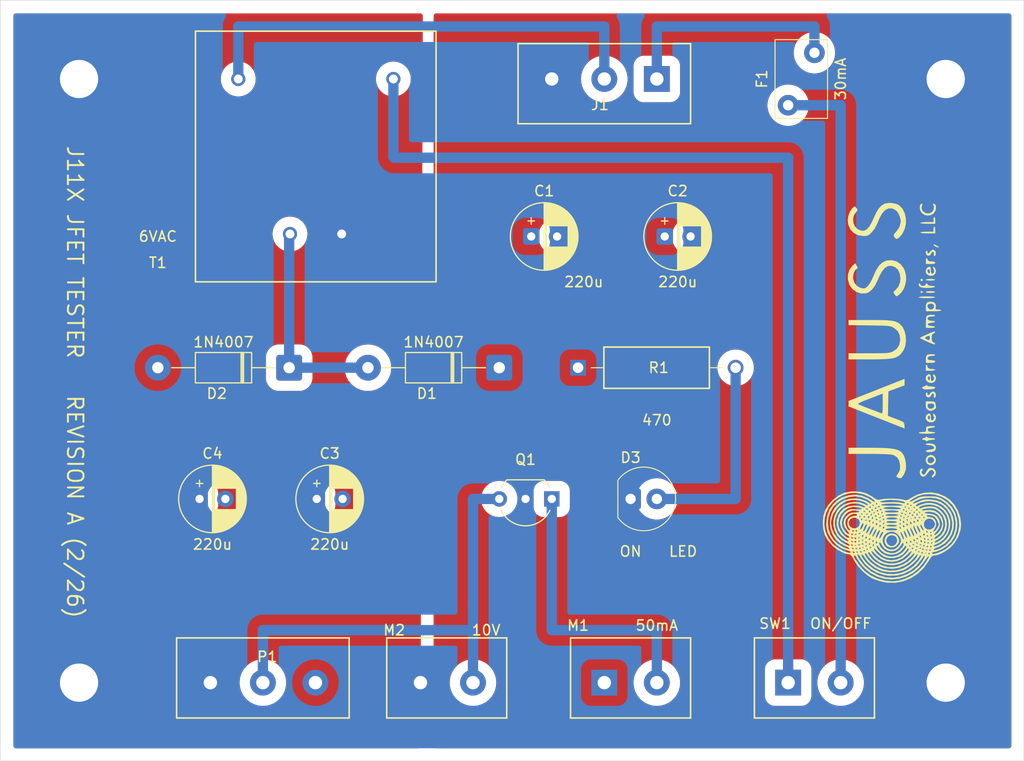
<source format=kicad_pcb>
(kicad_pcb (version 20241229) (generator "pcbnew") (generator_version "9.0")
  (layers (0 "F.Cu" signal) (2 "B.Cu" signal) (13 "F.Paste" user) (15 "B.Paste" user) (5 "F.SilkS" user "F.Silkscreen") (7 "B.SilkS" user "B.Silkscreen") (1 "F.Mask" user) (3 "B.Mask" user) (25 "Edge.Cuts" user))
  (net 0 "")
  (net 1 "/+8VDC")
  (net 2 "=CHASSIS")
  (net 3 "/-8VDC")
  (net 4 "Net-(D1-A)")
  (net 5 "Net-(D3-A)")
  (net 6 "Net-(F1-A)")
  (net 7 "Net-(F1-B)")
  (net 8 "Net-(J1-N)")
  (net 9 "Net-(M1--)")
  (net 10 "Net-(M2--)")
  (net 11 "Net-(SW1-A)")
  (footprint "jaussamps:H-NO-6-METAL" (layer "F.Cu") (at 83.82 58.42)
    (property "Reference" "H1" (hide yes))
    (property "Value" "~" (hide yes))
    (pad "1" thru_hole circle (at 0 0) (size 7.5 7.5) (drill 3.7) (layers "*.Cu" "*.Mask") (net 2 "=CHASSIS"))
  )
  (footprint "jaussamps:F-YAGEO-BK250-030-DZ" (layer "F.Cu") (at 153.67 58.42 90)
    (property "Reference" "F1" (at 0 -3.81 90) (layer "F.SilkS"))
    (property "Value" "30mA" (at 0 3.81 90) (layer "F.SilkS"))
    (pad "1" thru_hole circle (at -2.54 -1.27 90) (size 2 2) (drill 1) (layers "*.Cu" "*.Mask") (net 6 "Net-(F1-A)"))
    (pad "2" thru_hole circle (at 2.54 1.27 90) (size 2 2) (drill 1) (layers "*.Cu" "*.Mask") (net 7 "Net-(F1-B)"))
  )
  (footprint "jaussamps:C-POL-RAD-6.3X2.5" (layer "F.Cu") (at 106.811427 99.06)
    (property "Reference" "C3" (at 1.25 -4.4 0) (layer "F.SilkS"))
    (property "Value" "220u" (at 1.25 4.4 0) (layer "F.SilkS"))
    (pad "1" thru_hole roundrect (at 0 0) (size 1.6 1.6) (drill 0.8) (layers "*.Cu" "*.Mask") (roundrect_rratio 0.15625) (net 2 "=CHASSIS"))
    (pad "2" thru_hole circle (at 2.5 0) (size 1.6 1.6) (drill 0.8) (layers "*.Cu" "*.Mask") (net 3 "/-8VDC"))
  )
  (footprint "jaussamps:D-DO41" (layer "F.Cu") (at 124.46 86.36 180)
    (property "Reference" "D1" (at 7 -2.5 0) (layer "F.SilkS"))
    (property "Value" "1N4007" (at 6.35 2.47 0) (layer "F.SilkS"))
    (pad "1" thru_hole roundrect (at 0 0 180) (size 2.5 2.5) (drill 1.1) (layers "*.Cu" "*.Mask") (roundrect_rratio 0.113636) (net 1 "/+8VDC"))
    (pad "2" thru_hole circle (at 12.7 0 180) (size 2.5 2.5) (drill 1.1) (layers "*.Cu" "*.Mask") (net 4 "Net-(D1-A)"))
  )
  (footprint "jaussamps:C-POL-RAD-6.3X2.5" (layer "F.Cu") (at 95.472538 99.06)
    (property "Reference" "C4" (at 1.25 -4.4 0) (layer "F.SilkS"))
    (property "Value" "220u" (at 1.25 4.4 0) (layer "F.SilkS"))
    (pad "1" thru_hole roundrect (at 0 0) (size 1.6 1.6) (drill 0.8) (layers "*.Cu" "*.Mask") (roundrect_rratio 0.15625) (net 2 "=CHASSIS"))
    (pad "2" thru_hole circle (at 2.5 0) (size 1.6 1.6) (drill 0.8) (layers "*.Cu" "*.Mask") (net 3 "/-8VDC"))
  )
  (footprint "jaussamps:J-ONSHORE-OSTTC022162" (layer "F.Cu") (at 116.84 116.84)
    (property "Reference" "M2" (at -2.54 -5.08 0) (layer "F.SilkS"))
    (property "Value" "10V" (at 6.35 -5.08 0) (layer "F.SilkS"))
    (pad "1" thru_hole rect (at 0 0) (size 2.5 2.5) (drill 1.2954) (layers "*.Cu" "*.Mask") (net 2 "=CHASSIS"))
    (pad "2" thru_hole circle (at 5.08 0) (size 2.5 2.5) (drill 1.2954) (layers "*.Cu" "*.Mask") (net 10 "Net-(M2--)"))
  )
  (footprint "jaussamps:C-POL-RAD-6.3X2.5" (layer "F.Cu") (at 140.465037 73.66)
    (property "Reference" "C2" (at 1.25 -4.4 0) (layer "F.SilkS"))
    (property "Value" "220u" (at 1.25 4.4 0) (layer "F.SilkS"))
    (pad "1" thru_hole roundrect (at 0 0) (size 1.6 1.6) (drill 0.8) (layers "*.Cu" "*.Mask") (roundrect_rratio 0.15625) (net 1 "/+8VDC"))
    (pad "2" thru_hole circle (at 2.5 0) (size 1.6 1.6) (drill 0.8) (layers "*.Cu" "*.Mask") (net 2 "=CHASSIS"))
  )
  (footprint "jaussamps:H-NO-6-METAL" (layer "F.Cu") (at 83.82 116.84)
    (property "Reference" "H3" (hide yes))
    (property "Value" "~" (hide yes))
    (pad "1" thru_hole circle (at 0 0) (size 7.5 7.5) (drill 3.7) (layers "*.Cu" "*.Mask") (net 2 "=CHASSIS"))
  )
  (footprint "jaussamps:LOGO" (layer "F.Cu") (at 162.56 87.63 90)
    (property "Reference" "G1" (hide yes))
    (property "Value" "~" (hide yes))
  )
  (footprint "jaussamps:J-ONSHORE-OSTTC032162" (layer "F.Cu") (at 139.7 58.42 180)
    (property "Reference" "J1" (at 5.5 -2.5 0) (layer "F.SilkS"))
    (property "Value" "~" (hide yes))
    (pad "1" thru_hole rect (at 0 0 180) (size 2.5 2.5) (drill 1.2954) (layers "*.Cu" "*.Mask") (net 7 "Net-(F1-B)"))
    (pad "2" thru_hole circle (at 5.08 0 180) (size 2.5 2.5) (drill 1.2954) (layers "*.Cu" "*.Mask") (net 8 "Net-(J1-N)"))
    (pad "3" thru_hole circle (at 10.16 0 180) (size 2.5 2.5) (drill 1.2954) (layers "*.Cu" "*.Mask") (net 2 "=CHASSIS"))
  )
  (footprint "jaussamps:J-ONSHORE-OSTTC022162" (layer "F.Cu") (at 152.4 116.84)
    (property "Reference" "SW1" (at -1.27 -5.715 0) (layer "F.SilkS"))
    (property "Value" "~" (hide yes))
    (property "Description" "ON/OFF" (at 5.08 -5.715 0) (layer "F.SilkS"))
    (pad "1" thru_hole rect (at 0 0) (size 2.5 2.5) (drill 1.2954) (layers "*.Cu" "*.Mask") (net 11 "Net-(SW1-A)"))
    (pad "2" thru_hole circle (at 5.08 0) (size 2.5 2.5) (drill 1.2954) (layers "*.Cu" "*.Mask") (net 6 "Net-(F1-A)"))
  )
  (footprint "jaussamps:C-POL-RAD-6.3X2.5" (layer "F.Cu") (at 127.553087 73.66)
    (property "Reference" "C1" (at 1.25 -4.4 0) (layer "F.SilkS"))
    (property "Value" "220u" (at 5.08 4.4 0) (layer "F.SilkS"))
    (pad "1" thru_hole roundrect (at 0 0) (size 1.6 1.6) (drill 0.8) (layers "*.Cu" "*.Mask") (roundrect_rratio 0.15625) (net 1 "/+8VDC"))
    (pad "2" thru_hole circle (at 2.5 0) (size 1.6 1.6) (drill 0.8) (layers "*.Cu" "*.Mask") (net 2 "=CHASSIS"))
  )
  (footprint "jaussamps:J-ONSHORE-OSTTC032162" (layer "F.Cu") (at 96.52 116.84)
    (property "Reference" "P1" (at 5.5 -2.5 0) (layer "F.SilkS"))
    (property "Value" "1k(L)" (hide yes))
    (pad "1" thru_hole rect (at 0 0) (size 2.5 2.5) (drill 1.2954) (layers "*.Cu" "*.Mask") (net 2 "=CHASSIS"))
    (pad "2" thru_hole circle (at 5.08 0) (size 2.5 2.5) (drill 1.2954) (layers "*.Cu" "*.Mask") (net 10 "Net-(M2--)"))
    (pad "3" thru_hole circle (at 10.16 0) (size 2.5 2.5) (drill 1.2954) (layers "*.Cu" "*.Mask") (net 3 "/-8VDC"))
  )
  (footprint "jaussamps:R-TECONN-ROX1S" (layer "F.Cu") (at 132.08 86.36)
    (property "Reference" "R1" (at 7.800001 0 0) (layer "F.SilkS"))
    (property "Value" "470" (at 7.62 5.08 0) (layer "F.SilkS"))
    (pad "1" thru_hole rect (at 0 0) (size 1.524 1.524) (drill 1.016) (layers "*.Cu" "*.Mask") (net 1 "/+8VDC"))
    (pad "2" thru_hole circle (at 15.24 0) (size 1.524 1.524) (drill 1.016) (layers "*.Cu" "*.Mask") (net 5 "Net-(D3-A)"))
  )
  (footprint "jaussamps:H-NO-6-METAL" (layer "F.Cu") (at 167.64 58.42)
    (property "Reference" "H2" (hide yes))
    (property "Value" "~" (hide yes))
    (pad "1" thru_hole circle (at 0 0) (size 7.5 7.5) (drill 3.7) (layers "*.Cu" "*.Mask") (net 2 "=CHASSIS"))
  )
  (footprint "jaussamps:D-LITEON-LTL-4233" (layer "F.Cu") (at 138.43 99.06)
    (property "Reference" "D3" (at -1.27 -4 0) (layer "F.SilkS"))
    (property "Value" "LED" (at 3.81 5.08 0) (layer "F.SilkS"))
    (property "Description" "ON" (at -1.27 5.08 0) (layer "F.SilkS"))
    (pad "1" thru_hole roundrect (at -1.27 0) (size 2 2) (drill 1) (layers "*.Cu" "*.Mask") (roundrect_rratio 0.125) (net 2 "=CHASSIS"))
    (pad "2" thru_hole circle (at 1.27 0) (size 2 2) (drill 1) (layers "*.Cu" "*.Mask") (net 5 "Net-(D3-A)"))
  )
  (footprint "jaussamps:T-ZETTLER-BV201S06003A" (layer "F.Cu") (at 114.220001 58.42 -90)
    (property "Reference" "T1" (at 17.78 22.780001 0) (layer "F.SilkS"))
    (property "Value" "6VAC" (at 15.24 22.780001 0) (layer "F.SilkS"))
    (pad "1" thru_hole circle (at 0 0 270) (size 1.3716 1.3716) (drill 0.8636) (layers "*.Cu" "*.Mask") (net 11 "Net-(SW1-A)"))
    (pad "2" thru_hole circle (at 0 15.000001 270) (size 1.3716 1.3716) (drill 0.8636) (layers "*.Cu" "*.Mask") (net 8 "Net-(J1-N)"))
    (pad "3" thru_hole circle (at 15.000001 10.000001 270) (size 1.3716 1.3716) (drill 0.8636) (layers "*.Cu" "*.Mask") (net 4 "Net-(D1-A)"))
    (pad "4" thru_hole circle (at 15.000001 5.000001 270) (size 1.3716 1.3716) (drill 0.8636) (layers "*.Cu" "*.Mask") (net 2 "=CHASSIS"))
  )
  (footprint "jaussamps:H-NO-6-METAL" (layer "F.Cu") (at 167.64 116.84)
    (property "Reference" "H4" (hide yes))
    (property "Value" "~" (hide yes))
    (pad "1" thru_hole circle (at 0 0) (size 7.5 7.5) (drill 3.7) (layers "*.Cu" "*.Mask") (net 2 "=CHASSIS"))
  )
  (footprint "jaussamps:D-DO41" (layer "F.Cu") (at 104.14 86.36 180)
    (property "Reference" "D2" (at 7 -2.5 0) (layer "F.SilkS"))
    (property "Value" "1N4007" (at 6.35 2.47 0) (layer "F.SilkS"))
    (pad "1" thru_hole roundrect (at 0 0 180) (size 2.5 2.5) (drill 1.1) (layers "*.Cu" "*.Mask") (roundrect_rratio 0.113636) (net 4 "Net-(D1-A)"))
    (pad "2" thru_hole circle (at 12.7 0 180) (size 2.5 2.5) (drill 1.1) (layers "*.Cu" "*.Mask") (net 3 "/-8VDC"))
  )
  (footprint "jaussamps:Q-TO92-WIDE" (layer "F.Cu") (at 129.54 99.06 180)
    (property "Reference" "Q1" (at 2.54 3.81 0) (layer "F.SilkS"))
    (property "Value" "J113" (hide yes))
    (pad "1" thru_hole rect (at 0 0 180) (size 1.5 1.5) (drill 0.8) (layers "*.Cu" "*.Mask") (net 9 "Net-(M1--)"))
    (pad "2" thru_hole circle (at 2.54 0 180) (size 1.5 1.5) (drill 0.8) (layers "*.Cu" "*.Mask") (net 2 "=CHASSIS"))
    (pad "3" thru_hole circle (at 5.08 0 180) (size 1.5 1.5) (drill 0.8) (layers "*.Cu" "*.Mask") (net 10 "Net-(M2--)"))
  )
  (footprint "jaussamps:J-ONSHORE-OSTTC022162" (layer "F.Cu") (at 134.62 116.84)
    (property "Reference" "M1" (at -2.54 -5.533499 0) (layer "F.SilkS"))
    (property "Value" "50mA" (at 5.08 -5.533499 0) (layer "F.SilkS"))
    (pad "1" thru_hole rect (at 0 0) (size 2.5 2.5) (drill 1.2954) (layers "*.Cu" "*.Mask") (net 1 "/+8VDC"))
    (pad "2" thru_hole circle (at 5.08 0) (size 2.5 2.5) (drill 1.2954) (layers "*.Cu" "*.Mask") (net 9 "Net-(M1--)"))
  )
  (gr_rect (start 76.2 50.8) (end 175.2 124.4) (stroke (width 0.05)) (fill no) (layer "Edge.Cuts"))
  (gr_text "REVISION A (2/26)" (at 82.55 88.9 270) (layer "F.SilkS") (effects (font (size 1.5 1.5) (thickness 0.1875)) (justify left bottom)))
  (gr_text "J11X JFET TESTER" (at 82.55 64.77 270) (layer "F.SilkS") (effects (font (size 1.5 1.5) (thickness 0.1875)) (justify left bottom)))
  (segment (start 104.14 73.500001) (end 104.22 73.420001) (width 1) (layer "B.Cu") (net 4))
  (segment (start 111.76 86.36) (end 104.14 86.36) (width 1) (layer "B.Cu") (net 4))
  (segment (start 104.14 86.36) (end 104.14 73.500001) (width 1) (layer "B.Cu") (net 4))
  (segment (start 147.32 86.36) (end 147.32 99.06) (width 1) (layer "B.Cu") (net 5))
  (segment (start 139.7 99.06) (end 147.32 99.06) (width 1) (layer "B.Cu") (net 5))
  (segment (start 157.48 60.96) (end 157.48 116.84) (width 1) (layer "B.Cu") (net 6))
  (segment (start 152.4 60.96) (end 157.48 60.96) (width 1) (layer "B.Cu") (net 6))
  (segment (start 154.94 53.34) (end 139.7 53.34) (width 1) (layer "B.Cu") (net 7))
  (segment (start 154.94 55.88) (end 154.94 53.34) (width 1) (layer "B.Cu") (net 7))
  (segment (start 139.7 53.34) (end 139.7 58.42) (width 1) (layer "B.Cu") (net 7))
  (segment (start 99.22 53.34) (end 99.22 58.42) (width 1) (layer "B.Cu") (net 8))
  (segment (start 134.62 58.42) (end 134.62 53.34) (width 1) (layer "B.Cu") (net 8))
  (segment (start 134.62 53.34) (end 99.22 53.34) (width 1) (layer "B.Cu") (net 8))
  (segment (start 129.54 99.06) (end 129.54 111.76) (width 1) (layer "B.Cu") (net 9))
  (segment (start 129.54 111.76) (end 139.7 111.76) (width 1) (layer "B.Cu") (net 9))
  (segment (start 139.7 111.76) (end 139.7 116.84) (width 1) (layer "B.Cu") (net 9))
  (segment (start 121.92 116.84) (end 121.92 109.22) (width 1) (layer "B.Cu") (net 10))
  (segment (start 121.92 99.06) (end 124.46 99.06) (width 1) (layer "B.Cu") (net 10))
  (segment (start 101.6 116.84) (end 101.6 111.76) (width 1) (layer "B.Cu") (net 10))
  (segment (start 101.6 111.76) (end 121.92 111.76) (width 1) (layer "B.Cu") (net 10))
  (segment (start 121.92 109.22) (end 121.92 99.06) (width 1) (layer "B.Cu") (net 10))
  (segment (start 114.3 66.04) (end 152.4 66.04) (width 1) (layer "B.Cu") (net 11))
  (segment (start 114.220001 58.42) (end 114.220001 65.960001) (width 1) (layer "B.Cu") (net 11))
  (segment (start 114.220001 65.960001) (end 114.3 66.04) (width 1) (layer "B.Cu") (net 11))
  (segment (start 152.4 66.04) (end 152.4 116.84) (width 1) (layer "B.Cu") (net 11))
  (zone (net 1) (net_name "/+8VDC") (layer "F.Cu") (priority 2) (connect_pads yes (clearance 1)) (min_thickness 0.5) (fill yes (thermal_gap 0.5) (thermal_bridge_width 0.5))
    (polygon (pts (xy 173.99 52.07) (xy 118.11 52.07) (xy 118.11 123.19) (xy 173.99 123.19)))
  )
  (zone (net 3) (net_name "/-8VDC") (layer "F.Cu") (priority 1) (connect_pads yes (clearance 1)) (min_thickness 0.5) (fill yes (thermal_gap 0.5) (thermal_bridge_width 0.5))
    (polygon (pts (xy 77.47 52.07) (xy 77.47 123.19) (xy 116.84 123.19) (xy 117.07 52.07)))
  )
  (zone (net 2) (net_name "=CHASSIS") (layer "B.Cu") (connect_pads yes (clearance 1)) (min_thickness 0.5) (fill yes (thermal_gap 0.5) (thermal_bridge_width 0.5))
    (polygon (pts (xy 77.47 52.07) (xy 173.99 52.07) (xy 173.99 123.19) (xy 77.47 123.19)))
  )
)
</source>
